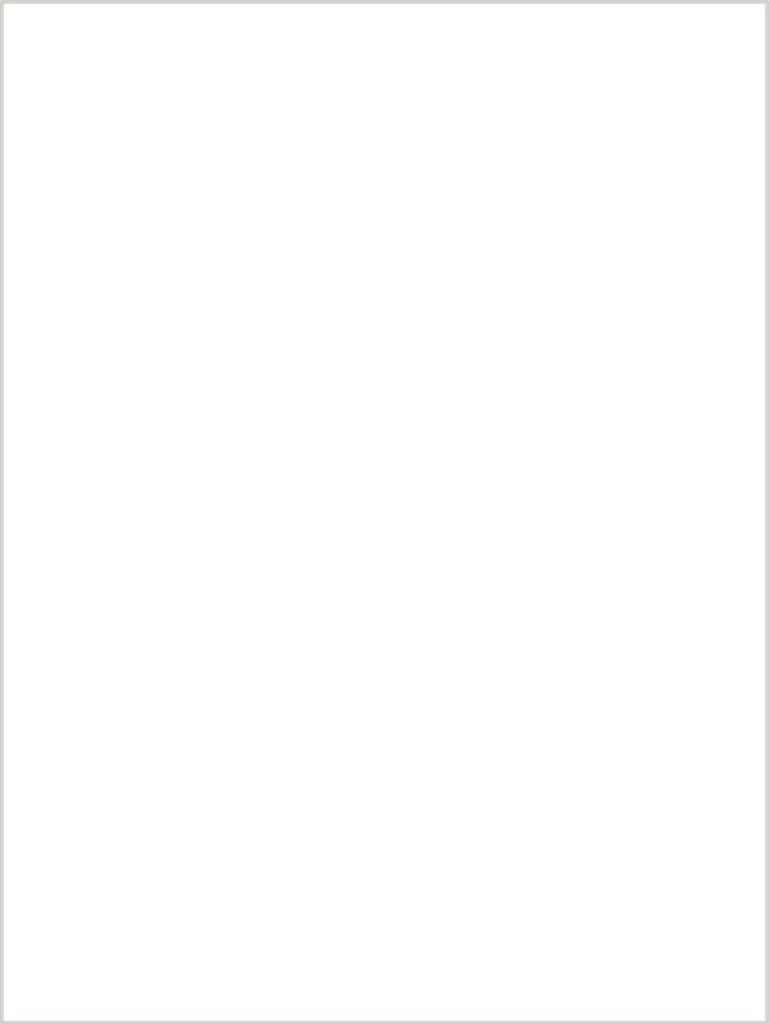
<source format=kicad_pcb>
(kicad_pcb (version 20171130) (host pcbnew "(5.0.2)-1")

  (general
    (thickness 1.6)
    (drawings 4)
    (tracks 0)
    (zones 0)
    (modules 0)
    (nets 1)
  )

  (page A4)
  (layers
    (0 F.Cu signal)
    (31 B.Cu signal)
    (32 B.Adhes user)
    (33 F.Adhes user)
    (34 B.Paste user)
    (35 F.Paste user)
    (36 B.SilkS user)
    (37 F.SilkS user)
    (38 B.Mask user)
    (39 F.Mask user)
    (40 Dwgs.User user)
    (41 Cmts.User user)
    (42 Eco1.User user)
    (43 Eco2.User user)
    (44 Edge.Cuts user)
    (45 Margin user)
    (46 B.CrtYd user)
    (47 F.CrtYd user)
    (48 B.Fab user)
    (49 F.Fab user)
  )

  (setup
    (last_trace_width 0.25)
    (trace_clearance 0.2)
    (zone_clearance 0.508)
    (zone_45_only no)
    (trace_min 0.2)
    (segment_width 0.2)
    (edge_width 0.15)
    (via_size 0.8)
    (via_drill 0.4)
    (via_min_size 0.4)
    (via_min_drill 0.3)
    (uvia_size 0.3)
    (uvia_drill 0.1)
    (uvias_allowed no)
    (uvia_min_size 0.2)
    (uvia_min_drill 0.1)
    (pcb_text_width 0.3)
    (pcb_text_size 1.5 1.5)
    (mod_edge_width 0.15)
    (mod_text_size 1 1)
    (mod_text_width 0.15)
    (pad_size 1.524 1.524)
    (pad_drill 0.762)
    (pad_to_mask_clearance 0.051)
    (solder_mask_min_width 0.25)
    (aux_axis_origin 0 0)
    (visible_elements 7FFFFFFF)
    (pcbplotparams
      (layerselection 0x010fc_ffffffff)
      (usegerberextensions false)
      (usegerberattributes false)
      (usegerberadvancedattributes false)
      (creategerberjobfile false)
      (excludeedgelayer true)
      (linewidth 0.100000)
      (plotframeref false)
      (viasonmask false)
      (mode 1)
      (useauxorigin false)
      (hpglpennumber 1)
      (hpglpenspeed 20)
      (hpglpendiameter 15.000000)
      (psnegative false)
      (psa4output false)
      (plotreference true)
      (plotvalue true)
      (plotinvisibletext false)
      (padsonsilk false)
      (subtractmaskfromsilk false)
      (outputformat 1)
      (mirror false)
      (drillshape 1)
      (scaleselection 1)
      (outputdirectory ""))
  )

  (net 0 "")

  (net_class Default "This is the default net class."
    (clearance 0.2)
    (trace_width 0.25)
    (via_dia 0.8)
    (via_drill 0.4)
    (uvia_dia 0.3)
    (uvia_drill 0.1)
  )

  (gr_line (start 140 110) (end 110 110) (layer Edge.Cuts) (width 0.15))
  (gr_line (start 140 70) (end 140 110) (layer Edge.Cuts) (width 0.15))
  (gr_line (start 110 70) (end 140 70) (layer Edge.Cuts) (width 0.15))
  (gr_line (start 110 110) (end 110 70) (layer Edge.Cuts) (width 0.15))

)

</source>
